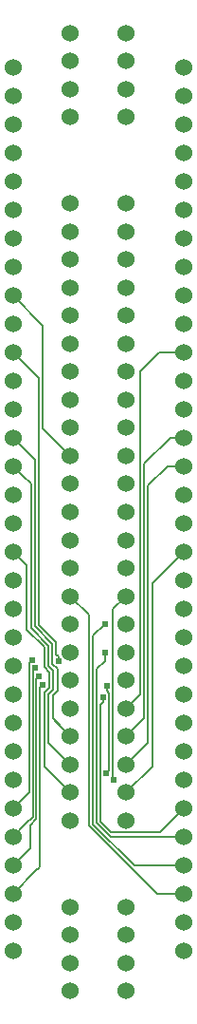
<source format=gbl>
G04 #@! TF.FileFunction,Copper,L2,Bot,Signal*
%FSLAX46Y46*%
G04 Gerber Fmt 4.6, Leading zero omitted, Abs format (unit mm)*
G04 Created by KiCad (PCBNEW 4.0.7-e2-6376~58~ubuntu16.04.1) date Thu Feb  1 20:28:21 2018*
%MOMM*%
%LPD*%
G01*
G04 APERTURE LIST*
%ADD10C,0.177800*%
%ADD11C,1.524000*%
%ADD12C,0.609600*%
G04 APERTURE END LIST*
D10*
D11*
X133093940Y-66423880D03*
X133093940Y-68963880D03*
X133093940Y-71503880D03*
X133093940Y-74043880D03*
X133093940Y-76583880D03*
X133093940Y-79123880D03*
X133093940Y-81663880D03*
X133093940Y-84203880D03*
X133093940Y-86743880D03*
X133093940Y-89283880D03*
X133093940Y-91823880D03*
X133093940Y-94363880D03*
X133093940Y-96903880D03*
X133093940Y-99443880D03*
X133093940Y-101983880D03*
X133093940Y-104523880D03*
X133093940Y-107063880D03*
X133093940Y-109603880D03*
X133093940Y-112143880D03*
X133093940Y-114683880D03*
X133093940Y-117223880D03*
X133093940Y-119763880D03*
X133093940Y-122303880D03*
X133093940Y-124843880D03*
X133093940Y-127383880D03*
X133093940Y-129923880D03*
X133093940Y-132463880D03*
X133093940Y-135003880D03*
X133093940Y-137543880D03*
X133093940Y-140083880D03*
X133093940Y-142623880D03*
X133093940Y-145163880D03*
X148333940Y-145163880D03*
X148333940Y-142623880D03*
X148333940Y-140083880D03*
X148333940Y-137543880D03*
X148333940Y-135003880D03*
X148333940Y-132463880D03*
X148333940Y-129923880D03*
X148333940Y-127383880D03*
X148333940Y-124843880D03*
X148333940Y-122303880D03*
X148333940Y-119763880D03*
X148333940Y-117223880D03*
X148333940Y-114683880D03*
X148333940Y-112143880D03*
X148333940Y-109603880D03*
X148333940Y-107063880D03*
X148333940Y-104523880D03*
X148333940Y-101983880D03*
X148333940Y-99443880D03*
X148333940Y-96903880D03*
X148333940Y-94363880D03*
X148333940Y-91823880D03*
X148333940Y-89283880D03*
X148333940Y-86743880D03*
X148333940Y-84203880D03*
X148333940Y-81663880D03*
X148333940Y-79123880D03*
X148333940Y-76583880D03*
X148333940Y-74043880D03*
X148333940Y-71503880D03*
X148333940Y-68963880D03*
X148333940Y-66423880D03*
X143203940Y-148741880D03*
X143203940Y-146241880D03*
X143203940Y-143741880D03*
X143203940Y-141241880D03*
X143203940Y-133541880D03*
X143203940Y-131041880D03*
X143203940Y-128541880D03*
X143203940Y-126041880D03*
X143203940Y-123541880D03*
X143203940Y-121041880D03*
X143203940Y-118541880D03*
X143203940Y-116041880D03*
X143203940Y-113541880D03*
X143203940Y-111041880D03*
X143203940Y-108541880D03*
X143203940Y-106041880D03*
X143203940Y-103541880D03*
X143203940Y-101041880D03*
X143203940Y-98541880D03*
X143203940Y-96041880D03*
X143203940Y-93541880D03*
X143203940Y-91041880D03*
X143203940Y-88541880D03*
X143203940Y-86041880D03*
X143203940Y-83541880D03*
X143203940Y-81041880D03*
X143203940Y-78541880D03*
X143203940Y-70841880D03*
X143203940Y-68341880D03*
X143203940Y-65841880D03*
X143203940Y-63341880D03*
X138203940Y-63341880D03*
X138203940Y-65841880D03*
X138203940Y-68341880D03*
X138203940Y-70841880D03*
X138203940Y-78541880D03*
X138203940Y-81041880D03*
X138203940Y-83541880D03*
X138203940Y-86041880D03*
X138203940Y-88541880D03*
X138203940Y-91041880D03*
X138203940Y-93541880D03*
X138203940Y-96041880D03*
X138203940Y-98541880D03*
X138203940Y-101041880D03*
X138203940Y-103541880D03*
X138203940Y-106041880D03*
X138203940Y-108541880D03*
X138203940Y-111041880D03*
X138203940Y-113541880D03*
X138203940Y-116041880D03*
X138203940Y-118541880D03*
X138203940Y-121041880D03*
X138203940Y-123541880D03*
X138203940Y-126041880D03*
X138203940Y-128541880D03*
X138203940Y-131041880D03*
X138203940Y-133541880D03*
X138203940Y-141241880D03*
X138203940Y-143741880D03*
X138203940Y-146241880D03*
X138203940Y-148741880D03*
D12*
X141434787Y-129326980D03*
X141457440Y-121541880D03*
X142034740Y-129898480D03*
X134810510Y-119220262D03*
X135051811Y-119964146D03*
X135382021Y-120718314D03*
X135712231Y-121491080D03*
X141272740Y-116030080D03*
X141272740Y-118595480D03*
X141127230Y-122583280D03*
X137151660Y-119376480D03*
D10*
X145514570Y-112397030D02*
X145514570Y-128731250D01*
X145514570Y-128731250D02*
X143203940Y-131041880D01*
X148336000Y-109575600D02*
X145514570Y-112397030D01*
X143203940Y-128541880D02*
X145158960Y-126586860D01*
X145158960Y-103711060D02*
X146914420Y-101955600D01*
X146914420Y-101955600D02*
X148336000Y-101955600D01*
X145158960Y-126586860D02*
X145158960Y-103711060D01*
X148336000Y-99415600D02*
X147117630Y-99415600D01*
X147117630Y-99415600D02*
X144803350Y-101729880D01*
X144803350Y-101729880D02*
X144803350Y-124442470D01*
X144803350Y-124442470D02*
X143203940Y-126041880D01*
X144447740Y-93474880D02*
X146127020Y-91795600D01*
X146127020Y-91795600D02*
X148336000Y-91795600D01*
X144447740Y-122298080D02*
X144447740Y-93474880D01*
X143203940Y-123541880D02*
X144447740Y-122298080D01*
X141673330Y-122188822D02*
X141673330Y-129088437D01*
X141673330Y-129088437D02*
X141434787Y-129326980D01*
X141457440Y-121972932D02*
X141673330Y-122188822D01*
X141457440Y-121541880D02*
X141457440Y-121972932D01*
X141457440Y-121972932D02*
X141450540Y-121979832D01*
X142028940Y-128628480D02*
X142028940Y-129892680D01*
X142028940Y-129892680D02*
X142034740Y-129898480D01*
X142028940Y-114716880D02*
X142028940Y-128628480D01*
X143203940Y-113541880D02*
X142028940Y-114716880D01*
X134810510Y-119220262D02*
X134505711Y-119525061D01*
X134505711Y-119525061D02*
X134505711Y-131025889D01*
X134505711Y-131025889D02*
X134186140Y-131345460D01*
X134186140Y-131345460D02*
X133096000Y-132435600D01*
X133096000Y-134975600D02*
X134135340Y-133936260D01*
X134135340Y-133936260D02*
X134566320Y-133505280D01*
X134835921Y-120180036D02*
X134835921Y-133235679D01*
X134835921Y-133235679D02*
X134135340Y-133936260D01*
X135051811Y-119964146D02*
X134835921Y-120180036D01*
X135166131Y-133372456D02*
X135166131Y-120934204D01*
X135166131Y-120934204D02*
X135382021Y-120718314D01*
X134591720Y-136019880D02*
X134591720Y-133946866D01*
X134591720Y-133946866D02*
X135166131Y-133372456D01*
X134591720Y-136019880D02*
X133096000Y-137515600D01*
X135353720Y-137797880D02*
X135496341Y-137655259D01*
X135496341Y-137655259D02*
X135496341Y-121706970D01*
X135496341Y-121706970D02*
X135712231Y-121491080D01*
X135353720Y-137797880D02*
X135151340Y-138000260D01*
X135151340Y-138000260D02*
X133096000Y-140055600D01*
X148333940Y-140083880D02*
X145967780Y-140083880D01*
X145967780Y-140083880D02*
X139875740Y-133991840D01*
X139875740Y-133991840D02*
X139875740Y-115213680D01*
X139875740Y-115213680D02*
X138203940Y-113541880D01*
X140228266Y-117074554D02*
X141272740Y-116030080D01*
X140228266Y-133877380D02*
X140228266Y-117074554D01*
X148333940Y-137543880D02*
X143894766Y-137543880D01*
X143894766Y-137543880D02*
X140228266Y-133877380D01*
X140558476Y-120046344D02*
X141272740Y-119332080D01*
X141272740Y-119332080D02*
X141272740Y-118595480D01*
X148333940Y-135003880D02*
X141821754Y-135003880D01*
X141821754Y-135003880D02*
X140558476Y-133740603D01*
X140558476Y-133740603D02*
X140558476Y-120046344D01*
X141127230Y-122583280D02*
X141127230Y-123014332D01*
X141127230Y-123014332D02*
X140888686Y-123252876D01*
X141855441Y-134570581D02*
X146227239Y-134570581D01*
X140888686Y-123252876D02*
X140888686Y-133603826D01*
X140888686Y-133603826D02*
X141855441Y-134570581D01*
X146227239Y-134570581D02*
X147571941Y-133225879D01*
X147571941Y-133225879D02*
X148333940Y-132463880D01*
X137151660Y-119376480D02*
X137151660Y-118945428D01*
X137151660Y-118945428D02*
X136929340Y-118723108D01*
X136929340Y-118723108D02*
X136929340Y-117681478D01*
X136929340Y-117681478D02*
X135354570Y-116106708D01*
X135354570Y-116106708D02*
X135354570Y-94084510D01*
X135354570Y-94084510D02*
X133855939Y-92585879D01*
X133855939Y-92585879D02*
X133093940Y-91823880D01*
X136613971Y-124451911D02*
X136613971Y-122414324D01*
X136613971Y-122414324D02*
X137045750Y-121982545D01*
X137045750Y-121982545D02*
X137045750Y-120042874D01*
X136573759Y-117792883D02*
X135024360Y-116243484D01*
X135024360Y-116243484D02*
X135024360Y-101343960D01*
X135024360Y-101343960D02*
X133857999Y-100177599D01*
X133857999Y-100177599D02*
X133096000Y-99415600D01*
X137045750Y-120042874D02*
X136573760Y-119570884D01*
X136573760Y-119570884D02*
X136573759Y-117792883D01*
X138203940Y-126041880D02*
X136613971Y-124451911D01*
X138203940Y-126041880D02*
X136853200Y-124691140D01*
X136690141Y-120190173D02*
X136218150Y-119718182D01*
X136218150Y-119718182D02*
X136218150Y-117940182D01*
X136218150Y-117940182D02*
X134668750Y-116390782D01*
X136258361Y-126596301D02*
X136258361Y-122267026D01*
X136258361Y-122267026D02*
X136690142Y-121835245D01*
X136690142Y-121835245D02*
X136690141Y-120190173D01*
X138203940Y-128541880D02*
X136258361Y-126596301D01*
X136218149Y-117940181D02*
X134668750Y-116390782D01*
X134668750Y-116390782D02*
X134668750Y-103528350D01*
X134668750Y-103528350D02*
X133857999Y-102717599D01*
X133857999Y-102717599D02*
X133096000Y-101955600D01*
X138203940Y-128541880D02*
X136751601Y-127089541D01*
X135902751Y-128740691D02*
X135902751Y-122119728D01*
X135902751Y-122119728D02*
X136334532Y-121687947D01*
X136334532Y-121687947D02*
X136334532Y-120337472D01*
X136334532Y-120337472D02*
X135862540Y-119865480D01*
X138203940Y-131041880D02*
X135902751Y-128740691D01*
X135862540Y-119865480D02*
X135862540Y-118087480D01*
X135862540Y-119027280D02*
X135862540Y-118087480D01*
X135862540Y-118087480D02*
X134313140Y-116538080D01*
X134313140Y-116538080D02*
X134313140Y-110792740D01*
X134313140Y-110792740D02*
X133096000Y-109575600D01*
X135760940Y-89410880D02*
X135760940Y-98598880D01*
X135760940Y-98598880D02*
X138203940Y-101041880D01*
X133093940Y-86743880D02*
X135760940Y-89410880D01*
M02*

</source>
